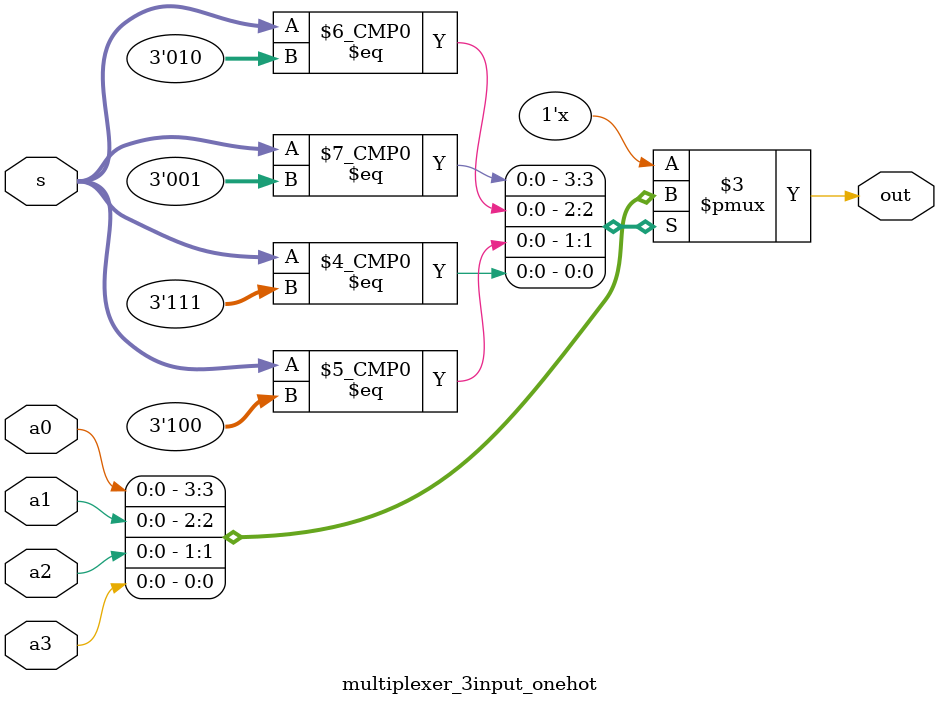
<source format=v>
`define S_WAIT           7'b0000000
`define S_DECODE         7'b0000001
`define S_MOV_immediate  7'b0000010
`define S_MOV_register1  7'b0000011
`define S_MOV_register2  7'b0000100
`define S_MOV_register3  7'b0000101
`define S_ADD1           7'b0000110
`define S_ADD2           7'b0000111
`define S_ADD3           7'b0001000
`define S_ADD4           7'b0001001
`define S_CMP1           7'b0001010
`define S_CMP2           7'b0001011
`define S_CMP3           7'b0001100
`define S_CMP4           7'b0001101
`define S_AND1           7'b0001110
`define S_AND2           7'b0001111
`define S_AND3           7'b0010000
`define S_AND4           7'b0010001
`define S_MVN1           7'b0010010
`define S_MVN2           7'b0010011
`define S_MVN3           7'b0010100
`define S_MVN4           7'b0010101
`define S_MOV_immediate2 7'b0010110
`define S_ADDRESS_SELECT 7'b0010111
`define S_ADDRESS_GET    7'b0011000
`define S_LDR1    	 7'b0011001
`define S_LDR2		 7'b0011010
`define S_LDR3		 7'b0011011
`define S_LDR4  	 7'b0011100
`define S_LDR5	         7'b0011101
`define S_STR1		 7'b0011110
`define S_STR2		 7'b0011111
`define S_STR3		 7'b0100000
`define S_STR4		 7'b0100001
`define S_STR5		 7'b0100010
`define S_STR6		 7'b0100011
`define S_STR7		 7'b0100100
`define S_HALT           7'b0100101
`define S_HALT1		 7'b0100110
`define S_B_instruction  7'b0100111
`define S_B1             7'b0101000
`define S_BEQ1           7'b0101001
`define S_BNE1           7'b0101010
`define S_BLT1           7'b0101011   
`define S_BLE1           7'b0101100
`define S_BLT2		 7'b0101101
`define S_BLT3		 7'b0101110
`define S_BLT22		 7'b0101111
`define S_BLT33		 7'b0110000
`define S_BL1	         7'b0110001
`define S_BX1		 7'b0110010
`define S_BLX1     	 7'b0110011
`define S_B2	 	 7'b0110100	
`define S_BEQ2 	 	 7'b0110101
`define S_BEQ3		 7'b0110110
`define S_BNE2		 7'b0110111
`define S_BNE3		 7'b0111000
`define S_BLE2		 7'b0111001
`define S_BLE3		 7'b0111010
`define S_BL2		 7'b0111011
`define S_BX2		 7'b0111100
`define S_BX3		 7'b0111101
`define S_BX4		 7'b0111110
`define S_BLX2		 7'b0111111
`define S_BLX3		 7'b1000000
`define S_BLX4		 7'b1000001
`define S_BLX5		 7'b1000010

`define M_READ	         7'b1100000
`define M_WRITE		     7'b1110000
`define M_NONE	 	     7'b1010000

`define MOVE_instruction 3'b110
`define ALU_instruction  3'b101
`define LDR_instruction  3'b011
`define STR_instruction  3'b100
`define B_instruction    3'b001
`define HALT    	 3'b111
`define CALL_instruction 3'b010



`define MOV_immediate    2'b10
`define MOV_register     2'b00
`define ADD              2'b00
`define CMP              2'b01
`define AND              2'b10
`define MVN              2'b11
`define MEM              2'b00
`define Branch           2'b00 
`define Direct_Call	 2'b11
`define Return		 2'b00
`define Indirect_Call    2'b10                                                                                                                                                                                                                                                                                                                                                                                                                                                                                                                                                                                                                                                                                                                                                                                                                                                                                                                                                                                                                                                                                                                                                                                                                                                                                                                                                                                                                                                                                                                                                                                                                                                                                                                                                                                                                                                                                                                                                                                                                                                                                                                                                                                    

`define Cond_B           3'b000             
`define Cond_BEQ         3'b001
`define Cond_BNE         3'b010
`define Cond_BLT         3'b011           
`define Cond_BLE         3'b100

module CPU (clk, reset, in, out, N, V, Z, w, memory_address, memory_command);
    input clk, reset; 
    input [15:0] in;
    output [15:0] out; 
    output N, V, Z;
    output w;
    output [8:0] memory_address;
    output [6:0] memory_command;
    reg [6:0] memory_command;
    reg [15:0] sximm8;
    wire [15:0] sximm5;
    reg w; // this is now the halt signal, indicating that state machine is in halt state
    reg [6:0] current_state;
    wire [2:0] opcode;
    wire [1:0] op;
    reg [2:0] readnum_and_writenum;
    reg loadA, loadB, asel, bsel, loadC, loadS, write;
    reg [1:0] vsel, shift, ALUop;
    wire [15:0] out_instruction_register;
    wire [8:0] into_pc, PC;
    wire [8:0] out_PC_adder, out_data_addr_reg;
    reg load_pc, address_select;
    reg [2:0] reset_pc;
    reg load_ir, load_addr;

    assign sximm5 = {{11{out_instruction_register[4]}}, out_instruction_register[4:0]};

    // INSTANTIATE DATAPATH
    datapath DP (clk, readnum_and_writenum, vsel, loadA, loadB, shift, asel, bsel, ALUop, loadC, loadS, readnum_and_writenum, write, {N, V, Z}, out, sximm5, in, sximm8, (PC + 1'b1));

    // INSTANTIATE THE INSTRUCTION REGISTER
    reg_load_enable #(16) Instruction_Register (clk, in, load_ir, out_instruction_register);
    
    // INSTANTIATE PROGRAM COUNTER REGISTER
    reg_load_enable #(9) Program_Counter (clk, into_pc, load_pc, PC);

    // DATA ADDRESS REGISTER
    reg_load_enable #(9) Data_Address (clk, out[8:0], load_addr, out_data_addr_reg);

    // PROGRAM COUNTER MULTIPLEXOR
    multiplexer_3input_onehot #(9) Mux_PC (out[8:0], 9'b0, out_PC_adder, ({out_instruction_register[7], out_instruction_register[7:0]} + out_PC_adder), reset_pc, into_pc);
    assign out_PC_adder = PC + 1;

    // MEMORY ADDRESS OUTPUT
    multiplexer_2input #(9) Mux_mem_addr (PC, out_data_addr_reg, address_select, memory_address);

    assign opcode = out_instruction_register[15:13];
    assign op = out_instruction_register[12:11];

    always @(posedge clk) begin 
        if (reset) begin
            current_state = `S_WAIT;
	        // set PC signals to reset here!!!!
	        reset_pc = 3'b100;
	        load_pc = 1'b1;
		w = 1'b0; // set halt signal to 0 initially 
        end else begin 
            case (current_state)
		        `S_WAIT: current_state = `S_ADDRESS_SELECT;
		        `S_ADDRESS_SELECT: current_state = `S_ADDRESS_GET;
		        `S_ADDRESS_GET: current_state = `S_DECODE;
                `S_DECODE:  if ({opcode, op} == {`MOVE_instruction, `MOV_immediate}) begin
                                current_state = `S_MOV_immediate;
                            end else if ({opcode, op} == {`MOVE_instruction, `MOV_register}) begin
                                current_state = `S_MOV_register1;
                            end else if ({opcode, op} == {`ALU_instruction, `ADD}) begin
                                current_state = `S_ADD1;
                            end else if ({opcode, op} == {`ALU_instruction, `CMP}) begin
                                current_state = `S_CMP1;
                            end else if ({opcode, op} == {`ALU_instruction, `AND}) begin
                                current_state = `S_AND1;
                            end else if ({opcode, op} == {`ALU_instruction, `MVN}) begin
                                current_state = `S_MVN1;
                            end else if ({opcode, op} == {`HALT, 2'b00}) begin
				current_state = `S_HALT;
				w = 1'b1;
			    end else if ({opcode, op} == {`LDR_instruction, `MEM}) begin
				current_state = `S_LDR1;
		   	    end else if ({opcode, op} == {`STR_instruction, `MEM}) begin
				current_state = `S_STR1;
                            end else if ({opcode, op} == {`B_instruction, `Branch}) begin
                                current_state = `S_B_instruction;
                            end else if ({opcode, op} == {`CALL_instruction, `Direct_Call}) begin 
				current_state = `S_BL1;
			    end else if ({opcode, op} == {`CALL_instruction, `Return}) begin
				current_state = `S_BX1;
			    end else if ({opcode, op} == {`CALL_instruction, `Indirect_Call}) begin
				current_state = `S_BLX1;
			    end



                `S_MOV_immediate: current_state = `S_MOV_immediate2;
		        `S_MOV_immediate2: current_state = `S_WAIT;                     
                `S_MOV_register1: current_state = `S_MOV_register2;
                `S_MOV_register2: current_state = `S_MOV_register3;
                `S_MOV_register3: current_state = `S_WAIT;
                `S_ADD1: current_state = `S_ADD2;
                `S_ADD2: current_state = `S_ADD3;
                `S_ADD3: current_state = `S_ADD4;
                `S_ADD4: current_state = `S_WAIT;
                `S_CMP1: current_state = `S_CMP2;
                `S_CMP2: current_state = `S_CMP3;
                `S_CMP3: current_state = `S_WAIT;           
                `S_AND1: current_state = `S_AND2;
                `S_AND2: current_state = `S_AND3;
                `S_AND3: current_state = `S_AND4;
                `S_AND4: current_state = `S_WAIT;
                `S_MVN1: current_state = `S_MVN2;
                `S_MVN2: current_state = `S_MVN3;
                `S_MVN3: current_state = `S_WAIT; 
		        `S_LDR1: current_state = `S_LDR2;
		        `S_LDR2: current_state = `S_LDR3;
		        `S_LDR3: current_state = `S_LDR4;
		        `S_LDR4: current_state = `S_LDR5;
		        `S_LDR5: current_state = `S_WAIT;  
		        `S_STR1: current_state = `S_STR2;
		        `S_STR2: current_state = `S_STR3;
		        `S_STR3: current_state = `S_STR4;
		        `S_STR4: current_state = `S_STR5;
		        `S_STR5: current_state = `S_STR6;
		        `S_STR6: current_state = `S_STR7;
		        `S_STR7: current_state = `S_WAIT;
		        `S_HALT: current_state = `S_HALT1;
		        `S_HALT1: current_state = `S_HALT1;

                `S_B_instruction: if (out_instruction_register[10:8] == `Cond_B) begin
                                      current_state = `S_B1;
                                  end else if (out_instruction_register[10:8] == `Cond_BEQ) begin
                                      current_state = `S_BEQ1;
                                  end else if (out_instruction_register[10:8] == `Cond_BLE) begin
                                      current_state = `S_BLE1;
                                  end else if (out_instruction_register[10:8] == `Cond_BLT) begin
                                      current_state = `S_BLT1;
                                  end else if (out_instruction_register[10:8] == `Cond_BNE) begin
                                      current_state = `S_BNE1;
                                  end     
                `S_B1: current_state = `S_ADDRESS_SELECT;
		`S_B2: current_state = `S_ADDRESS_SELECT;

                `S_BEQ1: current_state = (Z == 1'b1) ? `S_BEQ2 : `S_BEQ3;
		`S_BEQ2: current_state = `S_ADDRESS_SELECT;
		`S_BEQ3: current_state = `S_ADDRESS_SELECT; 

		`S_BNE1: current_state = (Z == 1'b0) ? `S_BNE2 : `S_BNE3;
		`S_BNE2: current_state = `S_ADDRESS_SELECT;
		`S_BNE3: current_state = `S_ADDRESS_SELECT;


                

                `S_BLT1: current_state = (N !== V) ? `S_BLT2 : `S_BLT3;
		`S_BLT2: current_state = `S_ADDRESS_SELECT;
		`S_BLT3: current_state = `S_ADDRESS_SELECT;
		

		`S_BLE1: current_state = ((N !== V) | (Z == 1'b1)) ? `S_BLE2 : `S_BLE3;
		`S_BLE2: current_state = `S_ADDRESS_SELECT;
		`S_BLE3: current_state = `S_ADDRESS_SELECT;                

	
		`S_BL1: current_state = `S_BL2;
		`S_BL2: current_state = `S_ADDRESS_SELECT;



		`S_BX1: current_state = `S_BX2;
		`S_BX2: current_state = `S_BX3;
		`S_BX3: current_state = `S_ADDRESS_SELECT;//`S_BX4;
		`S_BX4: current_state = `S_ADDRESS_SELECT;

		`S_BLX1: current_state = `S_BLX2;
		`S_BLX2: current_state = `S_BLX3;
		`S_BLX3: current_state = `S_BLX4;
		`S_BLX4: current_state = `S_ADDRESS_SELECT;//`S_BLX5;
		`S_BLX5: current_state = `S_ADDRESS_SELECT;

		        default: current_state = `S_WAIT;
            endcase 

            case(current_state) 
                `S_WAIT: {w, readnum_and_writenum, write, vsel, asel, bsel, loadA, loadB, ALUop, shift, loadC, loadS, load_pc, reset_pc, address_select, memory_command, load_ir} = {1'b0, 16'b0, 1'b1, 3'b010, 1'b0, `M_READ, 1'b1};
		        `S_ADDRESS_SELECT: {w, readnum_and_writenum, write, vsel, asel, bsel, loadA, loadB, ALUop, shift, loadC, loadS, load_pc, reset_pc, address_select, memory_command, load_ir} = {1'b0, 16'b0, 1'b0, 3'b010, 1'b1, `M_READ, 1'b1};
		        `S_ADDRESS_GET: {w, readnum_and_writenum, write, vsel, asel, bsel, loadA, loadB, ALUop, shift, loadC, loadS, load_pc, reset_pc, address_select, memory_command, load_ir} = {1'b0, 16'b0, 1'b0, 3'b010, 1'b1, `M_READ, 1'b1}; 
		        `S_DECODE: {load_ir} = {1'b0}; // instruction should be loaded into instruciton register by the time you're in decode state: after this point, you don't want instruction register to be updated until a new instruciton is on dout of RAM
                `S_MOV_immediate: {w, readnum_and_writenum, write, vsel, asel, bsel, loadA, loadB, ALUop, shift, loadC, loadS, sximm8} = {1'b0, out_instruction_register[10:8], 1'b1, 2'b10, 1'b0, 1'b0, 1'b0, 1'b0, 2'b00, 2'b00, 1'b0, 1'b0, {{8{out_instruction_register[7]}}, out_instruction_register[7:0]}};
                `S_MOV_immediate2: {w, readnum_and_writenum, write, vsel, asel, bsel, loadA, loadB, ALUop, shift, loadC, loadS, sximm8, load_pc} = {1'b0, out_instruction_register[10:8], 1'b1, 2'b10, 1'b0, 1'b0, 1'b0, 1'b0, 2'b00, 2'b00, 1'b0, 1'b0, {{8{out_instruction_register[7]}}, out_instruction_register[7:0]}, 1'b0};
                `S_MOV_register1: {w, readnum_and_writenum, write, vsel, asel, bsel, loadA, loadB, ALUop, shift, loadC, loadS} = {1'b0, out_instruction_register[2:0], 1'b0, 2'b00, 1'b1, 1'b0, 1'b0, 1'b1, 2'b00, out_instruction_register[4:3], 1'b0, 1'b0};
                `S_MOV_register2: {w, readnum_and_writenum, write, vsel, asel, bsel, loadA, loadB, ALUop, shift, loadC, loadS} = {1'b0, out_instruction_register[2:0], 1'b0, 2'b00, 1'b1, 1'b0, 1'b0, 1'b0, 2'b00, out_instruction_register[4:3], 1'b1, 1'b0};
                `S_MOV_register3: {w, readnum_and_writenum, write, vsel, asel, bsel, loadA, loadB, ALUop, shift, loadC, loadS} = {1'b0, out_instruction_register[7:5], 1'b1, 2'b00, 1'b1, 1'b0, 1'b0, 1'b0, 2'b00, out_instruction_register[4:3], 1'b0, 1'b0};

                `S_ADD1: {w, readnum_and_writenum, write, vsel, asel, bsel, loadA, loadB, ALUop, shift, loadC, loadS} = {1'b0, out_instruction_register[10:8], 1'b0, 2'b00, 1'b0, 1'b0, 1'b1, 1'b0, out_instruction_register[12:11], out_instruction_register[4:3], 1'b0, 1'b0};
                `S_ADD2: {w, readnum_and_writenum, write, vsel, asel, bsel, loadA, loadB, ALUop, shift, loadC, loadS} = {1'b0, out_instruction_register[2:0], 1'b0, 2'b00, 1'b0, 1'b0, 1'b0, 1'b1, out_instruction_register[12:11], out_instruction_register[4:3], 1'b0, 1'b0};
                `S_ADD3: {w, readnum_and_writenum, write, vsel, asel, bsel, loadA, loadB, ALUop, shift, loadC, loadS} = {1'b0, out_instruction_register[10:8], 1'b0, 2'b00, 1'b0, 1'b0, 1'b0, 1'b0, out_instruction_register[12:11], out_instruction_register[4:3], 1'b1, 1'b0};
                `S_ADD4: {w, readnum_and_writenum, write, vsel, asel, bsel, loadA, loadB, ALUop, shift, loadC, loadS} = {1'b0, out_instruction_register[7:5], 1'b1, 2'b00, 1'b0, 1'b0, 1'b0, 1'b0, out_instruction_register[12:11], out_instruction_register[4:3], 1'b0, 1'b0};

                `S_CMP1: {w, readnum_and_writenum, write, vsel, asel, bsel, loadA, loadB, ALUop, shift, loadC, loadS} = {1'b0, out_instruction_register[10:8], 1'b0, 2'b00, 1'b0, 1'b0, 1'b1, 1'b0, out_instruction_register[12:11], out_instruction_register[4:3], 1'b0, 1'b1};
                `S_CMP2: {w, readnum_and_writenum, write, vsel, asel, bsel, loadA, loadB, ALUop, shift, loadC, loadS} = {1'b0, out_instruction_register[2:0], 1'b0, 2'b00, 1'b0, 1'b0, 1'b0, 1'b1, out_instruction_register[12:11], out_instruction_register[4:3], 1'b0, 1'b1};
                `S_CMP3: {w, readnum_and_writenum, write, vsel, asel, bsel, loadA, loadB, ALUop, shift, loadC, loadS} = {1'b0, out_instruction_register[10:8], 1'b0, 2'b00, 1'b0, 1'b0, 1'b0, 1'b0, out_instruction_register[12:11], out_instruction_register[4:3], 1'b0, 1'b1};
                `S_CMP4: {w, readnum_and_writenum, write, vsel, asel, bsel, loadA, loadB, ALUop, shift, loadC, loadS} = {1'b0, out_instruction_register[7:5], 1'b0, 2'b00, 1'b0, 1'b0, 1'b0, 1'b0, out_instruction_register[12:11], out_instruction_register[4:3], 1'b0, 1'b1};
                `S_AND1: {w, readnum_and_writenum, write, vsel, asel, bsel, loadA, loadB, ALUop, shift, loadC, loadS} = {1'b0, out_instruction_register[10:8], 1'b0, 2'b00, 1'b0, 1'b0, 1'b1, 1'b0, out_instruction_register[12:11], out_instruction_register[4:3], 1'b0, 1'b0};
                `S_AND2: {w, readnum_and_writenum, write, vsel, asel, bsel, loadA, loadB, ALUop, shift, loadC, loadS} = {1'b0, out_instruction_register[2:0], 1'b0, 2'b00, 1'b0, 1'b0, 1'b0, 1'b1, out_instruction_register[12:11], out_instruction_register[4:3], 1'b0, 1'b0};
                `S_AND3: {w, readnum_and_writenum, write, vsel, asel, bsel, loadA, loadB, ALUop, shift, loadC, loadS} = {1'b0, out_instruction_register[10:8], 1'b1, 2'b00, 1'b0, 1'b0, 1'b0, 1'b0, out_instruction_register[12:11], out_instruction_register[4:3], 1'b1, 1'b0};
                `S_AND4: {w, readnum_and_writenum, write, vsel, asel, bsel, loadA, loadB, ALUop, shift, loadC, loadS} = {1'b0, out_instruction_register[7:5], 1'b1, 2'b00, 1'b0, 1'b0, 1'b0, 1'b0, out_instruction_register[12:11], out_instruction_register[4:3], 1'b0, 1'b0};
		        `S_MVN1: {w, readnum_and_writenum, write, vsel, asel, bsel, loadA, loadB, ALUop, shift, loadC, loadS} = {1'b0, out_instruction_register[2:0], 1'b0, 2'b00, 1'b1, 1'b0, 1'b0, 1'b1, 2'b11, out_instruction_register[4:3], 1'b0, 1'b0};
                `S_MVN2: {w, readnum_and_writenum, write, vsel, asel, bsel, loadA, loadB, ALUop, shift, loadC, loadS} = {1'b0, out_instruction_register[2:0], 1'b0, 2'b00, 1'b1, 1'b0, 1'b0, 1'b0, 2'b11, out_instruction_register[4:3], 1'b1, 1'b0};
                `S_MVN3: {w, readnum_and_writenum, write, vsel, asel, bsel, loadA, loadB, ALUop, shift, loadC, loadS} = {1'b0, out_instruction_register[7:5], 1'b1, 2'b00, 1'b1, 1'b0, 1'b0, 1'b0, 2'b11, out_instruction_register[4:3], 1'b0, 1'b0};
		        `S_LDR1: {w, readnum_and_writenum, write, vsel, asel, bsel, loadA, loadB, ALUop, shift, loadC, loadS} = {1'b0, out_instruction_register[10:8], 1'b0, 2'b00, 1'b0, 1'b1, 1'b1, 1'b0, 2'b00, 2'b00, 1'b1, 1'b0};
		        `S_LDR2: {w, readnum_and_writenum, write, vsel, asel, bsel, loadA, loadB, ALUop, shift, loadC, loadS} = {1'b0, out_instruction_register[10:8], 1'b0, 2'b00, 1'b0, 1'b1, 1'b0, 1'b0, 2'b00, 2'b00, 1'b1, 1'b0};
		        `S_LDR3: {w, readnum_and_writenum, write, vsel, asel, bsel, loadA, loadB, ALUop, shift, loadC, loadS, load_addr, address_select} = {1'b0, out_instruction_register[10:8], 1'b0, 2'b00, 1'b0, 1'b1, 1'b0, 1'b0, 2'b00, 2'b00, 1'b0, 1'b0, 1'b1, 1'b0};
		        `S_LDR4: {memory_command, address_select, load_addr} = {`M_READ, 1'b0, 1'b1};  // now set datapath input to mdata, via vsel signal
		        `S_LDR5: {load_addr, vsel, write, readnum_and_writenum} = {1'b0, 2'b11, 1'b1, out_instruction_register[7:5]};
		        `S_STR1: {w, readnum_and_writenum, write, vsel, asel, bsel, loadA, loadB, ALUop, shift, loadC, loadS, load_addr} = {1'b0, out_instruction_register[10:8], 1'b0, 2'b00, 1'b0, 1'b1, 1'b1, 1'b0, 2'b00, 2'b00, 1'b1, 1'b0, 1'b0};
		        `S_STR2: {w, readnum_and_writenum, write, vsel, asel, bsel, loadA, loadB, ALUop, shift, loadC, loadS, load_addr} = {1'b0, out_instruction_register[10:8], 1'b0, 2'b00, 1'b0, 1'b1, 1'b0, 1'b0, 2'b00, 2'b00, 1'b1, 1'b0, 1'b0};
		        `S_STR3: {w, readnum_and_writenum, write, vsel, asel, bsel, loadA, loadB, ALUop, shift, loadC, loadS, load_addr, address_select} = {1'b0, out_instruction_register[10:8], 1'b0, 2'b00, 1'b0, 1'b1, 1'b0, 1'b0, 2'b00, 2'b00, 1'b0, 1'b0, 1'b1, 1'b0};
		        `S_STR4: {readnum_and_writenum, asel, bsel, loadA, loadB, ALUop, shift, loadC} = {out_instruction_register[7:5], 1'b1, 1'b0, 1'b0, 1'b1, 2'b00, 2'b00, 1'b1};
		        `S_STR5: {loadA, loadB, loadC, load_addr} = {1'b0, 1'b0, 1'b1, 1'b0}; // contents of register Rd are now on datapath_out
		        `S_STR6: {memory_command, address_select, load_addr, loadC} = {`M_WRITE, 1'b0, 1'b0, 1'b0};
		        `S_STR7: {memory_command, address_select, load_addr} = {`M_WRITE, 1'b0, 1'b1};
		`S_B_instruction: {load_pc} = {1'b0};

                `S_B1:   {address_select, reset_pc, load_pc} = {1'b1, 3'b001, 1'b1};
		`S_B2: {load_pc} = {1'b1};

                `S_BEQ1: {address_select, reset_pc, load_pc} = {1'b1, 3'b010, 1'b0};
		`S_BEQ2: {address_select, reset_pc, load_pc} = {1'b1, 3'b001, 1'b1};
		`S_BEQ3: {address_select, reset_pc, load_pc} = {1'b1, 3'b010, 1'b1};


                `S_BNE1: {address_select, reset_pc, load_pc} = {1'b1, 3'b010, 1'b0};
		`S_BNE2: {address_select, reset_pc, load_pc} = {1'b1, 3'b001, 1'b1};
		`S_BNE3: {address_select, reset_pc, load_pc} = {1'b1, 3'b010, 1'b1};
		
                `S_BLT1: {address_select, reset_pc, load_pc} = {1'b1, 3'b010, 1'b0};
		`S_BLT2: {address_select, reset_pc, load_pc} = {1'b1, 3'b001, 1'b1};
		`S_BLT3: {address_select, reset_pc, load_pc} = {1'b1, 3'b010, 1'b1};

                `S_BLE1: {address_select, reset_pc, load_pc} = {1'b1, 3'b010, 1'b0};
		`S_BLE2: {address_select, reset_pc, load_pc} = {1'b1, 3'b001, 1'b1};
		`S_BLE3: {address_select, reset_pc, load_pc} = {1'b1, 3'b010, 1'b1};


		`S_BL1: {vsel, write, readnum_and_writenum} = {2'b01, 1'b1, 3'b111}; 		// put PC + 1 into R7
		`S_BL2: {write, address_select, reset_pc, load_pc} = {1'b0, 1'b1, 3'b001, 1'b1};	// turn off write signal, and increment the PC to PC+1+sximm8

		// need to set PC to be equal to whatever is in Rd
			// read from register Rd onto register C in the datapath
			// set reset_pc == 3'b111 to select outputdatapath[8:0] as the input to the PC
			// 
		`S_BX1: {readnum_and_writenum, loadA, loadB, shift, ALUop, asel, bsel, loadS, loadC} = {out_instruction_register[7:5], 1'b0, 1'b1, 2'b00, 2'b00, 1'b1, 1'b0, 1'b0, 1'b1};
		`S_BX2: {loadA, loadB, loadS, loadC} = {1'b0, 1'b0, 1'b0, 1'b1};
		`S_BX3: {address_select, reset_pc, load_pc, loadC} = {1'b1, 3'b111, 1'b1, 1'b0};
		`S_BX4: {load_pc} = {1'b1}; 

		// BLX !!!!!!!!!!!!!!!!
		`S_BLX1: {vsel, write, readnum_and_writenum} = {2'b01, 1'b1, 3'b111}; // put PC + 1 into R7
		`S_BLX2: {write, readnum_and_writenum, loadA, loadB, shift, ALUop, asel, bsel, loadS, loadC} = {1'b0, out_instruction_register[7:5], 1'b0, 1'b1, 2'b00, 2'b00, 1'b1, 1'b0, 1'b0, 1'b1};
		`S_BLX3: {loadA, loadB, loadS, loadC} = {1'b0, 1'b0, 1'b0, 1'b1};
		`S_BLX4: {address_select, reset_pc, load_pc, loadC} = {1'b1, 3'b111, 1'b1, 1'b0};
		`S_BLX5: {load_pc} = {1'b1};


                `S_HALT: {load_pc, load_addr, w} = {1'b1, 1'b0, 1'b0}; 
		        `S_HALT1: {load_pc, w} = {1'b0, 1'b1};
            endcase
        end
    end
endmodule

module multiplexer_3input_onehot (a3, a2, a1, a0, s, out); 
    parameter k = 1;
    input [k-1:0] a3, a2, a1, a0;
    input [2:0] s; 
    output reg [k-1:0] out;

    always @(*) begin
        case(s)
            3'b001: out = a0;
            3'b010: out = a1;
            3'b100: out = a2;
	    3'b111: out = a3;
            default: out = {k{1'bx}};
        endcase
    end
endmodule

</source>
